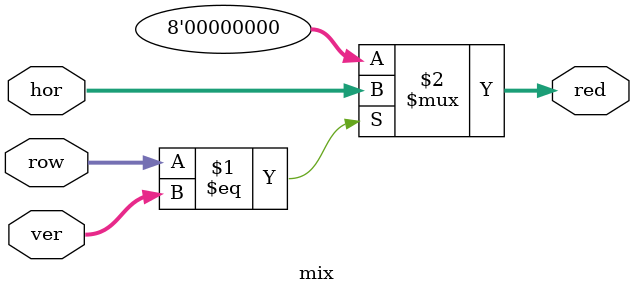
<source format=v>
module 	mix(ver, hor, row, red);
	input		[7:0]ver, hor, row;
	output 	[7:0]red;

	assign 	red = (row == ver) ? hor : 8'b0;

endmodule


</source>
